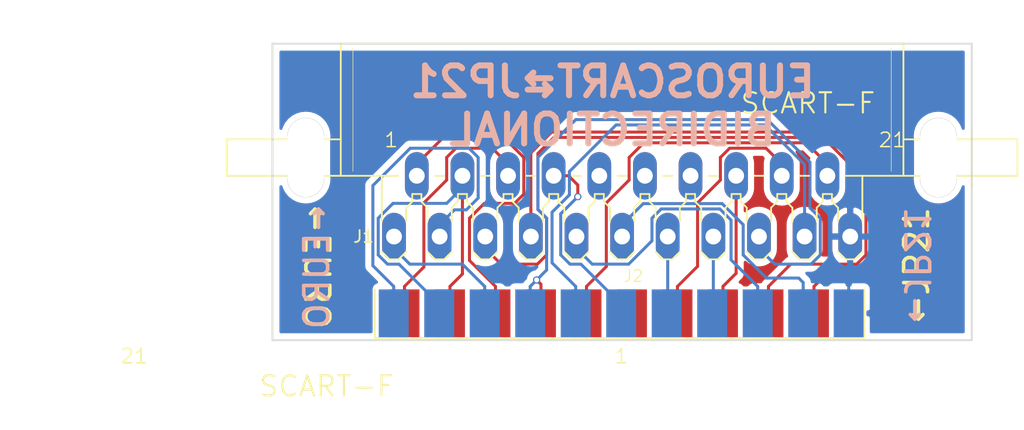
<source format=kicad_pcb>
(kicad_pcb (version 20171130) (host pcbnew "(5.1.0)-1")

  (general
    (thickness 1.6)
    (drawings 9)
    (tracks 161)
    (zones 0)
    (modules 2)
    (nets 23)
  )

  (page A4)
  (layers
    (0 F.Cu signal)
    (31 B.Cu signal)
    (32 B.Adhes user)
    (33 F.Adhes user)
    (34 B.Paste user)
    (35 F.Paste user)
    (36 B.SilkS user)
    (37 F.SilkS user)
    (38 B.Mask user)
    (39 F.Mask user)
    (40 Dwgs.User user)
    (41 Cmts.User user)
    (42 Eco1.User user)
    (43 Eco2.User user)
    (44 Edge.Cuts user)
    (45 Margin user)
    (46 B.CrtYd user)
    (47 F.CrtYd user)
    (48 B.Fab user)
    (49 F.Fab user)
  )

  (setup
    (last_trace_width 0.25)
    (trace_clearance 0.2)
    (zone_clearance 0.508)
    (zone_45_only no)
    (trace_min 0.2)
    (via_size 0.6)
    (via_drill 0.4)
    (via_min_size 0.4)
    (via_min_drill 0.3)
    (uvia_size 0.3)
    (uvia_drill 0.1)
    (uvias_allowed no)
    (uvia_min_size 0.2)
    (uvia_min_drill 0.1)
    (edge_width 0.15)
    (segment_width 0.2)
    (pcb_text_width 0.3)
    (pcb_text_size 1.5 1.5)
    (mod_edge_width 0.15)
    (mod_text_size 1 1)
    (mod_text_width 0.15)
    (pad_size 1.524 1.524)
    (pad_drill 0.762)
    (pad_to_mask_clearance 0.2)
    (aux_axis_origin 0 0)
    (visible_elements 7FFFFFFF)
    (pcbplotparams
      (layerselection 0x010f0_ffffffff)
      (usegerberextensions true)
      (usegerberattributes false)
      (usegerberadvancedattributes false)
      (creategerberjobfile false)
      (excludeedgelayer true)
      (linewidth 0.100000)
      (plotframeref false)
      (viasonmask false)
      (mode 1)
      (useauxorigin false)
      (hpglpennumber 1)
      (hpglpenspeed 20)
      (hpglpendiameter 15.000000)
      (psnegative false)
      (psa4output false)
      (plotreference true)
      (plotvalue true)
      (plotinvisibletext false)
      (padsonsilk false)
      (subtractmaskfromsilk false)
      (outputformat 1)
      (mirror false)
      (drillshape 0)
      (scaleselection 1)
      (outputdirectory "Gerbers/JP21F_to_SCARTM/"))
  )

  (net 0 "")
  (net 1 "Net-(J1-Pad10)")
  (net 2 "Net-(J1-Pad12)")
  (net 3 "Net-(J1-Pad14)")
  (net 4 GRN)
  (net 5 R_GND)
  (net 6 RED)
  (net 7 BLANK)
  (net 8 S_GND)
  (net 9 BK_GND)
  (net 10 S_OUT)
  (net 11 S_IN)
  (net 12 GND)
  (net 13 RT_OUT)
  (net 14 RT_IN)
  (net 15 L_OUT)
  (net 16 A_GND)
  (net 17 B_GND)
  (net 18 L_IN)
  (net 19 BLU)
  (net 20 5V)
  (net 21 G_GND)
  (net 22 "Net-(J2-Pad12)")

  (net_class Default "This is the default net class."
    (clearance 0.2)
    (trace_width 0.25)
    (via_dia 0.6)
    (via_drill 0.4)
    (uvia_dia 0.3)
    (uvia_drill 0.1)
    (add_net 5V)
    (add_net A_GND)
    (add_net BK_GND)
    (add_net BLANK)
    (add_net BLU)
    (add_net B_GND)
    (add_net GND)
    (add_net GRN)
    (add_net G_GND)
    (add_net L_IN)
    (add_net L_OUT)
    (add_net "Net-(J1-Pad10)")
    (add_net "Net-(J1-Pad12)")
    (add_net "Net-(J1-Pad14)")
    (add_net "Net-(J2-Pad12)")
    (add_net RED)
    (add_net RT_IN)
    (add_net RT_OUT)
    (add_net R_GND)
    (add_net S_GND)
    (add_net S_IN)
    (add_net S_OUT)
  )

  (module Tinkerplunk:SCART-F-RA (layer F.Cu) (tedit 0) (tstamp 5D280492)
    (at 133.8 80.35 180)
    (descr "TV SCART <B>CONNECTOR</B>")
    (path /5B540E82)
    (fp_text reference J1 (at 21.59 -5.08 180) (layer F.SilkS)
      (effects (font (size 1 1) (thickness 0.15)))
    )
    (fp_text value SCART-F (at 13.97 -5.08 180) (layer F.Fab)
      (effects (font (size 1 1) (thickness 0.15)))
    )
    (fp_text user "long " (at -29.083 7.747 270) (layer Dwgs.User)
      (effects (font (size 1.6891 1.6891) (thickness 0.1778)) (justify left bottom))
    )
    (fp_text user "3,0 " (at -28.067 7.112 180) (layer Dwgs.User)
      (effects (font (size 1.6891 1.6891) (thickness 0.1778)) (justify left bottom))
    )
    (fp_text user SCART-F (at -9.779 5.08 180) (layer F.SilkS)
      (effects (font (size 1.6891 1.6891) (thickness 0.1778)) (justify left bottom))
    )
    (fp_text user long (at 31.877 7.62 270) (layer Dwgs.User)
      (effects (font (size 1.6891 1.6891) (thickness 0.1778)) (justify left bottom))
    )
    (fp_text user 21 (at -21.336 2.286 180) (layer F.SilkS)
      (effects (font (size 1.2065 1.2065) (thickness 0.127)) (justify left bottom))
    )
    (fp_text user 1 (at 19.939 2.286 180) (layer F.SilkS)
      (effects (font (size 1.2065 1.2065) (thickness 0.127)) (justify left bottom))
    )
    (fp_text user 3,0 (at 24.765 7.112 180) (layer Dwgs.User)
      (effects (font (size 1.6891 1.6891) (thickness 0.1778)) (justify left bottom))
    )
    (fp_line (start -24.892 -0.254) (end -24.892 3.302) (layer Edge.Cuts) (width 0.0024))
    (fp_arc (start -26.416 -0.253999) (end -27.94 -0.254) (angle 180) (layer Edge.Cuts) (width 0.05))
    (fp_arc (start -26.416 3.302) (end -27.94 3.302) (angle -180) (layer Edge.Cuts) (width 0.05))
    (fp_line (start -27.94 3.302) (end -27.94 -0.254) (layer Edge.Cuts) (width 0.0024))
    (fp_line (start 27.94 -0.254) (end 27.94 3.302) (layer Edge.Cuts) (width 0.0024))
    (fp_arc (start 26.416 -0.253999) (end 24.892 -0.254) (angle 180) (layer Edge.Cuts) (width 0.05))
    (fp_arc (start 26.416 3.302) (end 24.892 3.302) (angle -180) (layer Edge.Cuts) (width 0.05))
    (fp_line (start 24.892 3.302) (end 24.892 -0.254) (layer Edge.Cuts) (width 0.0024))
    (fp_line (start -29.21 4.064) (end -29.21 -1.016) (layer F.SilkS) (width 0.1524))
    (fp_line (start 29.21 4.064) (end 29.21 -1.016) (layer F.SilkS) (width 0.1524))
    (fp_line (start -22.479 0.381) (end -22.479 10.668) (layer F.SilkS) (width 0.0508))
    (fp_line (start -23.495 11.049) (end -23.495 3.048) (layer F.SilkS) (width 0.1524))
    (fp_line (start -33.02 3.048) (end -23.495 3.048) (layer F.SilkS) (width 0.1524))
    (fp_line (start -33.02 3.048) (end -33.02 0) (layer F.SilkS) (width 0.1524))
    (fp_line (start -23.495 0) (end -33.02 0) (layer F.SilkS) (width 0.1524))
    (fp_line (start -23.495 3.048) (end -23.495 0) (layer F.SilkS) (width 0.1524))
    (fp_line (start -20.066 0) (end -23.495 0) (layer F.SilkS) (width 0.1524))
    (fp_line (start -20.066 0) (end -20.066 -3.81) (layer F.SilkS) (width 0.1524))
    (fp_line (start -20.066 -6.35) (end -20.066 -3.81) (layer F.Fab) (width 0.1524))
    (fp_line (start -19.431 -6.985) (end -20.066 -6.35) (layer F.SilkS) (width 0.1524))
    (fp_line (start -18.669 -6.985) (end -19.431 -6.985) (layer F.SilkS) (width 0.1524))
    (fp_line (start -18.034 -6.35) (end -18.669 -6.985) (layer F.SilkS) (width 0.1524))
    (fp_line (start -18.669 0) (end -20.066 0) (layer F.SilkS) (width 0.1524))
    (fp_line (start -18.669 0) (end -15.621 0) (layer F.Fab) (width 0.1524))
    (fp_line (start -18.034 -3.81) (end -18.034 -6.35) (layer F.Fab) (width 0.1524))
    (fp_line (start -18.034 -2.667) (end -18.034 -3.81) (layer F.SilkS) (width 0.1524))
    (fp_line (start -17.526 -2.159) (end -18.034 -2.667) (layer F.SilkS) (width 0.1524))
    (fp_line (start -17.526 -1.524) (end -17.526 -2.159) (layer F.SilkS) (width 0.1524))
    (fp_line (start -16.764 -1.524) (end -17.526 -1.524) (layer F.SilkS) (width 0.1524))
    (fp_line (start -16.764 -2.159) (end -16.764 -1.524) (layer F.SilkS) (width 0.1524))
    (fp_line (start -16.256 -2.667) (end -16.764 -2.159) (layer F.SilkS) (width 0.1524))
    (fp_line (start -16.256 -3.81) (end -16.256 -2.667) (layer F.SilkS) (width 0.1524))
    (fp_line (start -16.256 -6.35) (end -16.256 -3.81) (layer F.Fab) (width 0.1524))
    (fp_line (start -15.621 -6.985) (end -16.256 -6.35) (layer F.SilkS) (width 0.1524))
    (fp_line (start -14.859 -6.985) (end -15.621 -6.985) (layer F.SilkS) (width 0.1524))
    (fp_line (start -14.224 -6.35) (end -14.859 -6.985) (layer F.SilkS) (width 0.1524))
    (fp_line (start -14.224 -3.81) (end -14.224 -6.35) (layer F.Fab) (width 0.1524))
    (fp_line (start -14.224 -2.667) (end -14.224 -3.81) (layer F.SilkS) (width 0.1524))
    (fp_line (start -13.716 -2.159) (end -14.224 -2.667) (layer F.SilkS) (width 0.1524))
    (fp_line (start -13.716 -1.524) (end -13.716 -2.159) (layer F.SilkS) (width 0.1524))
    (fp_line (start -12.954 -1.524) (end -13.716 -1.524) (layer F.SilkS) (width 0.1524))
    (fp_line (start -12.954 -2.159) (end -12.954 -1.524) (layer F.SilkS) (width 0.1524))
    (fp_line (start -12.446 -2.667) (end -12.954 -2.159) (layer F.SilkS) (width 0.1524))
    (fp_line (start -12.446 -3.81) (end -12.446 -2.667) (layer F.SilkS) (width 0.1524))
    (fp_line (start -12.446 -6.35) (end -12.446 -3.81) (layer F.Fab) (width 0.1524))
    (fp_line (start -11.811 -6.985) (end -12.446 -6.35) (layer F.SilkS) (width 0.1524))
    (fp_line (start -14.859 0) (end -11.811 0) (layer F.Fab) (width 0.1524))
    (fp_line (start -14.859 0) (end -15.621 0) (layer F.SilkS) (width 0.1524))
    (fp_line (start -11.049 0) (end -11.811 0) (layer F.SilkS) (width 0.1524))
    (fp_line (start -11.049 -6.985) (end -11.811 -6.985) (layer F.SilkS) (width 0.1524))
    (fp_line (start -10.414 -6.35) (end -11.049 -6.985) (layer F.SilkS) (width 0.1524))
    (fp_line (start -11.049 0) (end -8.001 0) (layer F.Fab) (width 0.1524))
    (fp_line (start -7.239 0) (end -4.191 0) (layer F.Fab) (width 0.1524))
    (fp_line (start -7.239 0) (end -8.001 0) (layer F.SilkS) (width 0.1524))
    (fp_line (start -10.414 -3.81) (end -10.414 -6.35) (layer F.Fab) (width 0.1524))
    (fp_line (start -10.414 -2.667) (end -10.414 -3.81) (layer F.SilkS) (width 0.1524))
    (fp_line (start -9.906 -2.159) (end -10.414 -2.667) (layer F.SilkS) (width 0.1524))
    (fp_line (start -9.906 -1.524) (end -9.906 -2.159) (layer F.SilkS) (width 0.1524))
    (fp_line (start -9.144 -1.524) (end -9.906 -1.524) (layer F.SilkS) (width 0.1524))
    (fp_line (start -9.144 -2.159) (end -9.144 -1.524) (layer F.SilkS) (width 0.1524))
    (fp_line (start -8.636 -2.667) (end -9.144 -2.159) (layer F.SilkS) (width 0.1524))
    (fp_line (start -8.636 -3.81) (end -8.636 -2.667) (layer F.SilkS) (width 0.1524))
    (fp_line (start -8.636 -6.35) (end -8.636 -3.81) (layer F.Fab) (width 0.1524))
    (fp_line (start -8.001 -6.985) (end -8.636 -6.35) (layer F.SilkS) (width 0.1524))
    (fp_line (start -7.239 -6.985) (end -8.001 -6.985) (layer F.SilkS) (width 0.1524))
    (fp_line (start -6.604 -6.35) (end -7.239 -6.985) (layer F.SilkS) (width 0.1524))
    (fp_line (start -6.604 -3.81) (end -6.604 -6.35) (layer F.Fab) (width 0.1524))
    (fp_line (start -6.604 -2.667) (end -6.604 -3.81) (layer F.SilkS) (width 0.1524))
    (fp_line (start -6.096 -2.159) (end -6.604 -2.667) (layer F.SilkS) (width 0.1524))
    (fp_line (start -6.096 -1.524) (end -6.096 -2.159) (layer F.SilkS) (width 0.1524))
    (fp_line (start -5.334 -1.524) (end -6.096 -1.524) (layer F.SilkS) (width 0.1524))
    (fp_line (start -5.334 -2.159) (end -5.334 -1.524) (layer F.SilkS) (width 0.1524))
    (fp_line (start -4.826 -2.667) (end -5.334 -2.159) (layer F.SilkS) (width 0.1524))
    (fp_line (start -4.826 -3.81) (end -4.826 -2.667) (layer F.SilkS) (width 0.1524))
    (fp_line (start -3.429 0) (end -0.381 0) (layer F.Fab) (width 0.1524))
    (fp_line (start -3.429 0) (end -4.191 0) (layer F.SilkS) (width 0.1524))
    (fp_line (start -4.826 -6.35) (end -4.826 -3.81) (layer F.Fab) (width 0.1524))
    (fp_line (start -4.191 -6.985) (end -4.826 -6.35) (layer F.SilkS) (width 0.1524))
    (fp_line (start -3.429 -6.985) (end -4.191 -6.985) (layer F.SilkS) (width 0.1524))
    (fp_line (start -2.794 -6.35) (end -3.429 -6.985) (layer F.SilkS) (width 0.1524))
    (fp_line (start -2.794 -3.81) (end -2.794 -6.35) (layer F.Fab) (width 0.1524))
    (fp_line (start -2.794 -2.667) (end -2.794 -3.81) (layer F.SilkS) (width 0.1524))
    (fp_line (start -2.286 -2.159) (end -2.794 -2.667) (layer F.SilkS) (width 0.1524))
    (fp_line (start -2.286 -1.524) (end -2.286 -2.159) (layer F.SilkS) (width 0.1524))
    (fp_line (start -1.524 -1.524) (end -2.286 -1.524) (layer F.SilkS) (width 0.1524))
    (fp_line (start -1.524 -2.159) (end -1.524 -1.524) (layer F.SilkS) (width 0.1524))
    (fp_line (start -1.016 -2.667) (end -1.524 -2.159) (layer F.SilkS) (width 0.1524))
    (fp_line (start -1.016 -3.81) (end -1.016 -2.667) (layer F.SilkS) (width 0.1524))
    (fp_line (start -1.016 -6.35) (end -1.016 -3.81) (layer F.Fab) (width 0.1524))
    (fp_line (start -0.381 -6.985) (end -1.016 -6.35) (layer F.SilkS) (width 0.1524))
    (fp_line (start 0.381 -6.985) (end -0.381 -6.985) (layer F.SilkS) (width 0.1524))
    (fp_line (start 1.016 -6.35) (end 0.381 -6.985) (layer F.SilkS) (width 0.1524))
    (fp_line (start 0.381 0) (end 3.429 0) (layer F.Fab) (width 0.1524))
    (fp_line (start 4.191 0) (end 7.239 0) (layer F.Fab) (width 0.1524))
    (fp_line (start 8.001 0) (end 11.049 0) (layer F.Fab) (width 0.1524))
    (fp_line (start 0.381 0) (end -0.381 0) (layer F.SilkS) (width 0.1524))
    (fp_line (start 4.191 0) (end 3.429 0) (layer F.SilkS) (width 0.1524))
    (fp_line (start 8.001 0) (end 7.239 0) (layer F.SilkS) (width 0.1524))
    (fp_line (start 1.016 -3.81) (end 1.016 -6.35) (layer F.Fab) (width 0.1524))
    (fp_line (start 1.016 -2.667) (end 1.016 -3.81) (layer F.SilkS) (width 0.1524))
    (fp_line (start 1.524 -2.159) (end 1.016 -2.667) (layer F.SilkS) (width 0.1524))
    (fp_line (start 1.524 -1.524) (end 1.524 -2.159) (layer F.SilkS) (width 0.1524))
    (fp_line (start 2.286 -1.524) (end 1.524 -1.524) (layer F.SilkS) (width 0.1524))
    (fp_line (start 2.286 -2.159) (end 2.286 -1.524) (layer F.SilkS) (width 0.1524))
    (fp_line (start 2.794 -2.667) (end 2.286 -2.159) (layer F.SilkS) (width 0.1524))
    (fp_line (start 2.794 -3.81) (end 2.794 -2.667) (layer F.SilkS) (width 0.1524))
    (fp_line (start 2.794 -6.35) (end 2.794 -3.81) (layer F.Fab) (width 0.1524))
    (fp_line (start 3.429 -6.985) (end 2.794 -6.35) (layer F.SilkS) (width 0.1524))
    (fp_line (start 4.191 -6.985) (end 3.429 -6.985) (layer F.SilkS) (width 0.1524))
    (fp_line (start 4.826 -6.35) (end 4.191 -6.985) (layer F.SilkS) (width 0.1524))
    (fp_line (start 4.826 -3.81) (end 4.826 -6.35) (layer F.Fab) (width 0.1524))
    (fp_line (start 4.826 -2.667) (end 4.826 -3.81) (layer F.SilkS) (width 0.1524))
    (fp_line (start 5.334 -2.159) (end 4.826 -2.667) (layer F.SilkS) (width 0.1524))
    (fp_line (start 5.334 -1.524) (end 5.334 -2.159) (layer F.SilkS) (width 0.1524))
    (fp_line (start 6.096 -1.524) (end 5.334 -1.524) (layer F.SilkS) (width 0.1524))
    (fp_line (start 6.096 -2.159) (end 6.096 -1.524) (layer F.SilkS) (width 0.1524))
    (fp_line (start 6.604 -2.667) (end 6.096 -2.159) (layer F.SilkS) (width 0.1524))
    (fp_line (start 6.604 -3.81) (end 6.604 -2.667) (layer F.SilkS) (width 0.1524))
    (fp_line (start 6.604 -6.35) (end 6.604 -3.81) (layer F.Fab) (width 0.1524))
    (fp_line (start 7.239 -6.985) (end 6.604 -6.35) (layer F.SilkS) (width 0.1524))
    (fp_line (start 8.001 -6.985) (end 7.239 -6.985) (layer F.SilkS) (width 0.1524))
    (fp_line (start 8.636 -6.35) (end 8.001 -6.985) (layer F.SilkS) (width 0.1524))
    (fp_line (start 8.636 -3.81) (end 8.636 -6.35) (layer F.Fab) (width 0.1524))
    (fp_line (start 8.636 -2.667) (end 8.636 -3.81) (layer F.SilkS) (width 0.1524))
    (fp_line (start 9.144 -2.159) (end 8.636 -2.667) (layer F.SilkS) (width 0.1524))
    (fp_line (start 9.144 -1.524) (end 9.144 -2.159) (layer F.SilkS) (width 0.1524))
    (fp_line (start 9.906 -1.524) (end 9.144 -1.524) (layer F.SilkS) (width 0.1524))
    (fp_line (start 9.906 -2.159) (end 9.906 -1.524) (layer F.SilkS) (width 0.1524))
    (fp_line (start 10.414 -2.667) (end 9.906 -2.159) (layer F.SilkS) (width 0.1524))
    (fp_line (start 10.414 -3.81) (end 10.414 -2.667) (layer F.SilkS) (width 0.1524))
    (fp_line (start 10.414 -6.35) (end 10.414 -3.81) (layer F.Fab) (width 0.1524))
    (fp_line (start 11.049 -6.985) (end 10.414 -6.35) (layer F.SilkS) (width 0.1524))
    (fp_line (start 11.811 -6.985) (end 11.049 -6.985) (layer F.SilkS) (width 0.1524))
    (fp_line (start 12.446 -6.35) (end 11.811 -6.985) (layer F.SilkS) (width 0.1524))
    (fp_line (start 11.811 0) (end 14.859 0) (layer F.Fab) (width 0.1524))
    (fp_line (start 11.811 0) (end 11.049 0) (layer F.SilkS) (width 0.1524))
    (fp_line (start 15.621 0) (end 18.669 0) (layer F.Fab) (width 0.1524))
    (fp_line (start 15.621 0) (end 14.859 0) (layer F.SilkS) (width 0.1524))
    (fp_line (start 13.716 -1.524) (end 12.954 -1.524) (layer F.SilkS) (width 0.1524))
    (fp_line (start 17.526 -1.524) (end 16.764 -1.524) (layer F.SilkS) (width 0.1524))
    (fp_line (start 12.954 -1.524) (end 12.954 -2.159) (layer F.SilkS) (width 0.1524))
    (fp_line (start 13.716 -2.159) (end 13.716 -1.524) (layer F.SilkS) (width 0.1524))
    (fp_line (start 12.446 -3.81) (end 12.446 -6.35) (layer F.Fab) (width 0.1524))
    (fp_line (start 12.446 -2.667) (end 12.446 -3.81) (layer F.SilkS) (width 0.1524))
    (fp_line (start 12.954 -2.159) (end 12.446 -2.667) (layer F.SilkS) (width 0.1524))
    (fp_line (start 14.224 -2.667) (end 13.716 -2.159) (layer F.SilkS) (width 0.1524))
    (fp_line (start 18.669 -6.985) (end 19.431 -6.985) (layer F.SilkS) (width 0.1524))
    (fp_line (start 14.224 -3.81) (end 14.224 -2.667) (layer F.SilkS) (width 0.1524))
    (fp_line (start 14.224 -6.35) (end 14.224 -3.81) (layer F.Fab) (width 0.1524))
    (fp_line (start 14.859 -6.985) (end 14.224 -6.35) (layer F.SilkS) (width 0.1524))
    (fp_line (start 15.621 -6.985) (end 14.859 -6.985) (layer F.SilkS) (width 0.1524))
    (fp_line (start 16.256 -6.35) (end 15.621 -6.985) (layer F.SilkS) (width 0.1524))
    (fp_line (start 16.256 -3.81) (end 16.256 -6.35) (layer F.Fab) (width 0.1524))
    (fp_line (start 16.256 -2.667) (end 16.256 -3.81) (layer F.SilkS) (width 0.1524))
    (fp_line (start 16.764 -2.159) (end 16.256 -2.667) (layer F.SilkS) (width 0.1524))
    (fp_line (start 16.764 -1.524) (end 16.764 -2.159) (layer F.SilkS) (width 0.1524))
    (fp_line (start 17.526 -2.159) (end 17.526 -1.524) (layer F.SilkS) (width 0.1524))
    (fp_line (start 18.034 -2.667) (end 17.526 -2.159) (layer F.SilkS) (width 0.1524))
    (fp_line (start 18.034 -3.81) (end 18.034 -2.667) (layer F.SilkS) (width 0.1524))
    (fp_line (start 18.034 -6.35) (end 18.034 -3.81) (layer F.Fab) (width 0.1524))
    (fp_line (start 20.066 -3.81) (end 20.066 -6.35) (layer F.Fab) (width 0.1524))
    (fp_line (start 20.066 -6.35) (end 19.431 -6.985) (layer F.SilkS) (width 0.1524))
    (fp_line (start 18.669 -6.985) (end 18.034 -6.35) (layer F.SilkS) (width 0.1524))
    (fp_line (start 20.066 0) (end 20.066 -3.81) (layer F.SilkS) (width 0.1524))
    (fp_line (start 22.479 0.381) (end 22.479 10.668) (layer F.SilkS) (width 0.0508))
    (fp_line (start 23.495 3.048) (end 23.495 0) (layer F.SilkS) (width 0.1524))
    (fp_line (start 20.066 0) (end 18.669 0) (layer F.SilkS) (width 0.1524))
    (fp_line (start 23.495 0) (end 20.066 0) (layer F.SilkS) (width 0.1524))
    (fp_line (start 33.02 0) (end 23.495 0) (layer F.SilkS) (width 0.1524))
    (fp_line (start 33.02 3.048) (end 33.02 0) (layer F.SilkS) (width 0.1524))
    (fp_line (start 23.495 3.048) (end 33.02 3.048) (layer F.SilkS) (width 0.1524))
    (fp_line (start 23.495 11.049) (end 23.495 3.048) (layer F.SilkS) (width 0.1524))
    (fp_line (start -23.495 11.049) (end 23.495 11.049) (layer F.SilkS) (width 0.1524))
    (pad "" np_thru_hole circle (at -26.416 3.302 180) (size 3.0226 3.0226) (drill 3.0226) (layers *.Cu *.Mask))
    (pad "" np_thru_hole circle (at -26.416 -0.254 180) (size 3.0226 3.0226) (drill 3.0226) (layers *.Cu *.Mask))
    (pad "" np_thru_hole circle (at 26.416 3.302 180) (size 3.0226 3.0226) (drill 3.0226) (layers *.Cu *.Mask))
    (pad "" np_thru_hole circle (at 26.416 -0.254 180) (size 3.0226 3.0226) (drill 3.0226) (layers *.Cu *.Mask))
    (pad 21 thru_hole oval (at -19.05 -5.08 270) (size 3.9624 1.9812) (drill 1.3208) (layers *.Cu *.Mask)
      (net 12 GND) (solder_mask_margin 0.1016))
    (pad 20 thru_hole oval (at -17.145 0 270) (size 3.9624 1.9812) (drill 1.3208) (layers *.Cu *.Mask)
      (net 11 S_IN) (solder_mask_margin 0.1016))
    (pad 19 thru_hole oval (at -15.24 -5.08 270) (size 3.9624 1.9812) (drill 1.3208) (layers *.Cu *.Mask)
      (net 10 S_OUT) (solder_mask_margin 0.1016))
    (pad 18 thru_hole oval (at -13.335 0 270) (size 3.9624 1.9812) (drill 1.3208) (layers *.Cu *.Mask)
      (net 9 BK_GND) (solder_mask_margin 0.1016))
    (pad 17 thru_hole oval (at -11.43 -5.08 270) (size 3.9624 1.9812) (drill 1.3208) (layers *.Cu *.Mask)
      (net 8 S_GND) (solder_mask_margin 0.1016))
    (pad 16 thru_hole oval (at -9.525 0 270) (size 3.9624 1.9812) (drill 1.3208) (layers *.Cu *.Mask)
      (net 7 BLANK) (solder_mask_margin 0.1016))
    (pad 15 thru_hole oval (at -7.62 -5.08 270) (size 3.9624 1.9812) (drill 1.3208) (layers *.Cu *.Mask)
      (net 6 RED) (solder_mask_margin 0.1016))
    (pad 14 thru_hole oval (at -5.715 0 270) (size 3.9624 1.9812) (drill 1.3208) (layers *.Cu *.Mask)
      (net 3 "Net-(J1-Pad14)") (solder_mask_margin 0.1016))
    (pad 13 thru_hole oval (at -3.81 -5.08 270) (size 3.9624 1.9812) (drill 1.3208) (layers *.Cu *.Mask)
      (net 5 R_GND) (solder_mask_margin 0.1016))
    (pad 12 thru_hole oval (at -1.905 0 270) (size 3.9624 1.9812) (drill 1.3208) (layers *.Cu *.Mask)
      (net 2 "Net-(J1-Pad12)") (solder_mask_margin 0.1016))
    (pad 11 thru_hole oval (at 0 -5.08 270) (size 3.9624 1.9812) (drill 1.3208) (layers *.Cu *.Mask)
      (net 4 GRN) (solder_mask_margin 0.1016))
    (pad 10 thru_hole oval (at 1.905 0 270) (size 3.9624 1.9812) (drill 1.3208) (layers *.Cu *.Mask)
      (net 1 "Net-(J1-Pad10)") (solder_mask_margin 0.1016))
    (pad 9 thru_hole oval (at 3.81 -5.08 270) (size 3.9624 1.9812) (drill 1.3208) (layers *.Cu *.Mask)
      (net 21 G_GND) (solder_mask_margin 0.1016))
    (pad 8 thru_hole oval (at 5.715 0 270) (size 3.9624 1.9812) (drill 1.3208) (layers *.Cu *.Mask)
      (net 20 5V) (solder_mask_margin 0.1016))
    (pad 7 thru_hole oval (at 7.62 -5.08 270) (size 3.9624 1.9812) (drill 1.3208) (layers *.Cu *.Mask)
      (net 19 BLU) (solder_mask_margin 0.1016))
    (pad 6 thru_hole oval (at 9.525 0 270) (size 3.9624 1.9812) (drill 1.3208) (layers *.Cu *.Mask)
      (net 18 L_IN) (solder_mask_margin 0.1016))
    (pad 5 thru_hole oval (at 11.43 -5.08 270) (size 3.9624 1.9812) (drill 1.3208) (layers *.Cu *.Mask)
      (net 17 B_GND) (solder_mask_margin 0.1016))
    (pad 4 thru_hole oval (at 13.335 0 270) (size 3.9624 1.9812) (drill 1.3208) (layers *.Cu *.Mask)
      (net 16 A_GND) (solder_mask_margin 0.1016))
    (pad 3 thru_hole oval (at 15.24 -5.08 270) (size 3.9624 1.9812) (drill 1.3208) (layers *.Cu *.Mask)
      (net 15 L_OUT) (solder_mask_margin 0.1016))
    (pad 2 thru_hole oval (at 17.145 0 270) (size 3.9624 1.9812) (drill 1.3208) (layers *.Cu *.Mask)
      (net 14 RT_IN) (solder_mask_margin 0.1016))
    (pad 1 thru_hole oval (at 19.05 -5.08 270) (size 3.9624 1.9812) (drill 1.3208) (layers *.Cu *.Mask)
      (net 13 RT_OUT) (solder_mask_margin 0.1016))
  )

  (module Tinkerplunk:MALE_SCART (layer F.Cu) (tedit 5D0BB10F) (tstamp 5D280563)
    (at 113.15 93.85)
    (path /5B540EA9)
    (fp_text reference J2 (at 20.7 -4.55) (layer F.SilkS)
      (effects (font (size 0.9652 0.9652) (thickness 0.09652)) (justify left bottom))
    )
    (fp_text value SCART-F (at 24.875 4.5) (layer F.Fab)
      (effects (font (size 1.6891 1.6891) (thickness 0.16891)) (justify left bottom))
    )
    (fp_line (start 0 -2.54) (end 0 -4.0005) (layer F.SilkS) (width 0.12))
    (fp_line (start 40.894 0.0635) (end 40.894 -4.0005) (layer F.SilkS) (width 0.12))
    (fp_line (start 0 0.0635) (end 40.894 0.0635) (layer F.SilkS) (width 0.12))
    (fp_line (start 0 0) (end 0 0.0635) (layer F.SilkS) (width 0.12))
    (fp_line (start 0 0) (end 0 -2.54) (layer F.SilkS) (width 0.12))
    (fp_text user 3,0 (at 24.765 7.112 180) (layer Dwgs.User)
      (effects (font (size 1.6891 1.6891) (thickness 0.1778)) (justify left bottom))
    )
    (fp_text user 1 (at 19.939 2.286 180) (layer F.SilkS)
      (effects (font (size 1.2065 1.2065) (thickness 0.127)) (justify left bottom))
    )
    (fp_text user 21 (at -21.336 2.286 180) (layer F.SilkS)
      (effects (font (size 1.2065 1.2065) (thickness 0.127)) (justify left bottom))
    )
    (fp_text user long (at 31.877 7.62 270) (layer Dwgs.User)
      (effects (font (size 1.6891 1.6891) (thickness 0.1778)) (justify left bottom))
    )
    (fp_text user SCART-F (at -9.779 5.08 180) (layer F.SilkS)
      (effects (font (size 1.6891 1.6891) (thickness 0.1778)) (justify left bottom))
    )
    (fp_text user "3,0 " (at -28.067 7.112 180) (layer Dwgs.User)
      (effects (font (size 1.6891 1.6891) (thickness 0.1778)) (justify left bottom))
    )
    (fp_text user "long " (at -29.083 7.747 270) (layer Dwgs.User)
      (effects (font (size 1.6891 1.6891) (thickness 0.1778)) (justify left bottom))
    )
    (pad 21 smd rect (at 39.575 -2) (size 2.5 4) (layers B.Cu B.Paste B.Mask)
      (net 12 GND))
    (pad 19 smd rect (at 35.775 -2) (size 2.5 4) (layers B.Cu B.Paste B.Mask)
      (net 4 GRN))
    (pad 17 smd rect (at 31.975 -2) (size 2.5 4) (layers B.Cu B.Paste B.Mask)
      (net 21 G_GND))
    (pad 15 smd rect (at 28.175 -2) (size 2.5 4) (layers B.Cu B.Paste B.Mask)
      (net 6 RED))
    (pad 13 smd rect (at 24.375 -2) (size 2.5 4) (layers B.Cu B.Paste B.Mask)
      (net 5 R_GND))
    (pad 11 smd rect (at 20.575 -2) (size 2.5 4) (layers B.Cu B.Paste B.Mask)
      (net 20 5V))
    (pad 9 smd rect (at 16.775 -2) (size 2.5 4) (layers B.Cu B.Paste B.Mask)
      (net 10 S_OUT))
    (pad 7 smd rect (at 12.975 -2) (size 2.5 4) (layers B.Cu B.Paste B.Mask)
      (net 8 S_GND))
    (pad 5 smd rect (at 9.175 -2) (size 2.5 4) (layers B.Cu B.Paste B.Mask)
      (net 13 RT_OUT))
    (pad 3 smd rect (at 5.375 -2) (size 2.5 4) (layers B.Cu B.Paste B.Mask)
      (net 16 A_GND))
    (pad 1 smd rect (at 1.575 -2) (size 2.5 4) (layers B.Cu B.Paste B.Mask)
      (net 15 L_OUT))
    (pad 20 smd rect (at 36.675 -2) (size 2.5 4) (layers F.Cu F.Paste F.Mask)
      (net 19 BLU))
    (pad 18 smd rect (at 32.875 -2) (size 2.5 4) (layers F.Cu F.Paste F.Mask)
      (net 17 B_GND))
    (pad 16 smd rect (at 29.075 -2) (size 2.5 4) (layers F.Cu F.Paste F.Mask)
      (net 7 BLANK))
    (pad 14 smd rect (at 25.275 -2) (size 2.5 4) (layers F.Cu F.Paste F.Mask)
      (net 9 BK_GND))
    (pad 12 smd rect (at 21.475 -2) (size 2.5 4) (layers F.Cu F.Paste F.Mask)
      (net 22 "Net-(J2-Pad12)"))
    (pad 10 smd rect (at 17.675 -2) (size 2.5 4) (layers F.Cu F.Paste F.Mask)
      (net 11 S_IN))
    (pad 8 smd rect (at 13.875 -2) (size 2.5 4) (layers F.Cu F.Paste F.Mask)
      (net 8 S_GND))
    (pad 6 smd rect (at 10.075 -2) (size 2.5 4) (layers F.Cu F.Paste F.Mask)
      (net 14 RT_IN))
    (pad 4 smd rect (at 6.275 -2) (size 2.5 4) (layers F.Cu F.Paste F.Mask)
      (net 16 A_GND))
    (pad 2 smd rect (at 2.475 -2) (size 2.5 4) (layers F.Cu F.Paste F.Mask)
      (net 18 L_IN))
  )

  (gr_text "EUROSCART⇄JP21\nBIDIRECTIONAL" (at 133 74.5) (layer B.SilkS)
    (effects (font (size 2.5 2.5) (thickness 0.5)) (justify mirror))
  )
  (gr_text ←EURO (at 108.3 87.9 90) (layer B.SilkS) (tstamp 5D281AAD)
    (effects (font (size 2 2) (thickness 0.3)) (justify mirror))
  )
  (gr_text ←JP21 (at 158.4 87.9 270) (layer B.SilkS) (tstamp 5D2819D7)
    (effects (font (size 2 2) (thickness 0.3)) (justify mirror))
  )
  (gr_text ←JP21 (at 158.4 87.9 90) (layer F.SilkS) (tstamp 5D2817CB)
    (effects (font (size 2 2) (thickness 0.3)))
  )
  (gr_text ←EURO (at 108.3 87.9 270) (layer F.SilkS)
    (effects (font (size 2 2) (thickness 0.3)))
  )
  (gr_line (start 163 69.3) (end 104.6 69.3) (layer Edge.Cuts) (width 0.15) (tstamp 5D280A87))
  (gr_line (start 163 94.1) (end 163 69.3) (layer Edge.Cuts) (width 0.15))
  (gr_line (start 104.6 94.1) (end 163 94.1) (layer Edge.Cuts) (width 0.15))
  (gr_line (start 104.6 69.3) (end 104.6 94.1) (layer Edge.Cuts) (width 0.15))

  (segment (start 148.55 88.9) (end 148.925 89.275) (width 0.25) (layer B.Cu) (net 4))
  (segment (start 145.848847 88.9) (end 148.55 88.9) (width 0.25) (layer B.Cu) (net 4))
  (segment (start 133.8 84.4394) (end 135.56562 82.67378) (width 0.25) (layer B.Cu) (net 4))
  (segment (start 133.8 85.43) (end 133.8 84.4394) (width 0.25) (layer B.Cu) (net 4))
  (segment (start 148.925 89.275) (end 148.925 91.85) (width 0.25) (layer B.Cu) (net 4))
  (segment (start 135.56562 82.67378) (end 142.151344 82.673781) (width 0.25) (layer B.Cu) (net 4))
  (segment (start 142.151344 82.673781) (end 143.91439 84.436827) (width 0.25) (layer B.Cu) (net 4))
  (segment (start 143.91439 84.436827) (end 143.91439 86.965543) (width 0.25) (layer B.Cu) (net 4))
  (segment (start 143.91439 86.965543) (end 145.848847 88.9) (width 0.25) (layer B.Cu) (net 4))
  (segment (start 137.61 91.765) (end 137.525 91.85) (width 0.25) (layer B.Cu) (net 5))
  (segment (start 137.61 85.43) (end 137.61 91.765) (width 0.25) (layer B.Cu) (net 5))
  (segment (start 141.42 91.755) (end 141.325 91.85) (width 0.25) (layer B.Cu) (net 6))
  (segment (start 141.42 85.43) (end 141.42 91.755) (width 0.25) (layer B.Cu) (net 6))
  (segment (start 143.325 82.5812) (end 143.325 80.35) (width 0.25) (layer F.Cu) (net 7))
  (segment (start 143.325 88.5) (end 143.325 82.5812) (width 0.25) (layer F.Cu) (net 7))
  (segment (start 142.225 89.6) (end 143.325 88.5) (width 0.25) (layer F.Cu) (net 7))
  (segment (start 142.225 91.85) (end 142.225 89.6) (width 0.25) (layer F.Cu) (net 7))
  (segment (start 126.125 89.6) (end 126.125 91.85) (width 0.25) (layer B.Cu) (net 8))
  (segment (start 127.49561 83.894457) (end 127.49561 88.22939) (width 0.25) (layer B.Cu) (net 8))
  (segment (start 126.76939 83.168237) (end 127.49561 83.894457) (width 0.25) (layer B.Cu) (net 8))
  (segment (start 126.76939 78.814457) (end 126.76939 83.168237) (width 0.25) (layer B.Cu) (net 8))
  (segment (start 149.49001 83.028857) (end 149.49001 79.217447) (width 0.25) (layer B.Cu) (net 8))
  (segment (start 150.35561 83.894457) (end 149.49001 83.028857) (width 0.25) (layer B.Cu) (net 8))
  (segment (start 149.49001 79.217447) (end 145.922553 75.64999) (width 0.25) (layer B.Cu) (net 8))
  (segment (start 149.584943 87.73621) (end 150.35561 86.965543) (width 0.25) (layer B.Cu) (net 8))
  (segment (start 145.922553 75.64999) (end 129.933857 75.64999) (width 0.25) (layer B.Cu) (net 8))
  (segment (start 146.54561 87.73621) (end 149.584943 87.73621) (width 0.25) (layer B.Cu) (net 8))
  (segment (start 129.933857 75.64999) (end 126.76939 78.814457) (width 0.25) (layer B.Cu) (net 8))
  (segment (start 145.23 86.4206) (end 146.54561 87.73621) (width 0.25) (layer B.Cu) (net 8))
  (segment (start 150.35561 86.965543) (end 150.35561 83.894457) (width 0.25) (layer B.Cu) (net 8))
  (segment (start 145.23 85.43) (end 145.23 86.4206) (width 0.25) (layer B.Cu) (net 8))
  (via (at 126.6625 89.0625) (size 0.6) (drill 0.4) (layers F.Cu B.Cu) (net 8))
  (segment (start 127.025 89.425) (end 126.6625 89.0625) (width 0.25) (layer F.Cu) (net 8))
  (segment (start 127.025 91.85) (end 127.025 89.425) (width 0.25) (layer F.Cu) (net 8))
  (segment (start 127.49561 88.22939) (end 126.6625 89.0625) (width 0.25) (layer B.Cu) (net 8))
  (segment (start 126.6625 89.0625) (end 126.125 89.6) (width 0.25) (layer B.Cu) (net 8))
  (segment (start 142.780057 78.04379) (end 145.81939 78.04379) (width 0.25) (layer F.Cu) (net 9))
  (segment (start 142.00939 78.814457) (end 142.780057 78.04379) (width 0.25) (layer F.Cu) (net 9))
  (segment (start 142.00939 80.706763) (end 142.00939 78.814457) (width 0.25) (layer F.Cu) (net 9))
  (segment (start 147.135 79.3594) (end 147.135 80.35) (width 0.25) (layer F.Cu) (net 9))
  (segment (start 140.10439 82.611763) (end 142.00939 80.706763) (width 0.25) (layer F.Cu) (net 9))
  (segment (start 145.81939 78.04379) (end 147.135 79.3594) (width 0.25) (layer F.Cu) (net 9))
  (segment (start 140.10439 87.92061) (end 140.10439 82.611763) (width 0.25) (layer F.Cu) (net 9))
  (segment (start 138.425 89.6) (end 140.10439 87.92061) (width 0.25) (layer F.Cu) (net 9))
  (segment (start 138.425 91.85) (end 138.425 89.6) (width 0.25) (layer F.Cu) (net 9))
  (segment (start 127.95 87.625) (end 129.925 89.6) (width 0.25) (layer B.Cu) (net 10))
  (segment (start 127.95 83.4) (end 127.95 87.625) (width 0.25) (layer B.Cu) (net 10))
  (segment (start 149.04 79.403847) (end 145.736153 76.1) (width 0.25) (layer B.Cu) (net 10))
  (segment (start 149.04 85.43) (end 149.04 79.403847) (width 0.25) (layer B.Cu) (net 10))
  (segment (start 145.736153 76.1) (end 133.293847 76.1) (width 0.25) (layer B.Cu) (net 10))
  (segment (start 133.293847 76.1) (end 129.40061 79.993237) (width 0.25) (layer B.Cu) (net 10))
  (segment (start 129.925 89.6) (end 129.925 91.85) (width 0.25) (layer B.Cu) (net 10))
  (segment (start 129.40061 79.993237) (end 129.40061 81.94939) (width 0.25) (layer B.Cu) (net 10))
  (segment (start 129.40061 81.94939) (end 127.95 83.4) (width 0.25) (layer B.Cu) (net 10))
  (segment (start 149.17938 77.59378) (end 150.945 79.3594) (width 0.25) (layer F.Cu) (net 11))
  (segment (start 135.610067 77.59378) (end 149.17938 77.59378) (width 0.25) (layer F.Cu) (net 11))
  (segment (start 134.38939 78.814457) (end 135.610067 77.59378) (width 0.25) (layer F.Cu) (net 11))
  (segment (start 134.38939 80.706763) (end 134.38939 78.814457) (width 0.25) (layer F.Cu) (net 11))
  (segment (start 132.48439 82.611763) (end 134.38939 80.706763) (width 0.25) (layer F.Cu) (net 11))
  (segment (start 132.48439 87.94061) (end 132.48439 82.611763) (width 0.25) (layer F.Cu) (net 11))
  (segment (start 150.945 79.3594) (end 150.945 80.35) (width 0.25) (layer F.Cu) (net 11))
  (segment (start 130.825 89.6) (end 132.48439 87.94061) (width 0.25) (layer F.Cu) (net 11))
  (segment (start 130.825 91.85) (end 130.825 89.6) (width 0.25) (layer F.Cu) (net 11))
  (segment (start 152.725 85.555) (end 152.85 85.43) (width 0.25) (layer B.Cu) (net 12))
  (segment (start 152.725 91.85) (end 152.725 85.555) (width 0.25) (layer B.Cu) (net 12))
  (segment (start 114.75 86.4206) (end 114.75 85.43) (width 0.25) (layer B.Cu) (net 13))
  (segment (start 116.06561 87.73621) (end 114.75 86.4206) (width 0.25) (layer B.Cu) (net 13))
  (segment (start 120.46121 87.73621) (end 116.06561 87.73621) (width 0.25) (layer B.Cu) (net 13))
  (segment (start 122.325 89.6) (end 120.46121 87.73621) (width 0.25) (layer B.Cu) (net 13))
  (segment (start 122.325 91.85) (end 122.325 89.6) (width 0.25) (layer B.Cu) (net 13))
  (segment (start 125.59061 81.885543) (end 125.59061 78.814457) (width 0.25) (layer F.Cu) (net 14))
  (segment (start 123.225 89.6) (end 121.05439 87.42939) (width 0.25) (layer F.Cu) (net 14))
  (segment (start 123.225 91.85) (end 123.225 89.6) (width 0.25) (layer F.Cu) (net 14))
  (segment (start 121.05439 87.42939) (end 121.05439 83.894457) (width 0.25) (layer F.Cu) (net 14))
  (segment (start 121.05439 83.894457) (end 122.292637 82.65621) (width 0.25) (layer F.Cu) (net 14))
  (segment (start 125.59061 78.814457) (end 123.526153 76.75) (width 0.25) (layer F.Cu) (net 14))
  (segment (start 122.292637 82.65621) (end 124.819943 82.65621) (width 0.25) (layer F.Cu) (net 14))
  (segment (start 124.819943 82.65621) (end 125.59061 81.885543) (width 0.25) (layer F.Cu) (net 14))
  (segment (start 116.655 79.3594) (end 116.655 80.35) (width 0.25) (layer F.Cu) (net 14))
  (segment (start 119.2644 76.75) (end 116.655 79.3594) (width 0.25) (layer F.Cu) (net 14))
  (segment (start 123.526153 76.75) (end 119.2644 76.75) (width 0.25) (layer F.Cu) (net 14))
  (segment (start 118.56 84.4394) (end 118.56 85.43) (width 0.25) (layer B.Cu) (net 15))
  (segment (start 119.8006 83.1988) (end 118.56 84.4394) (width 0.25) (layer B.Cu) (net 15))
  (segment (start 120.7912 83.1988) (end 119.8006 83.1988) (width 0.25) (layer B.Cu) (net 15))
  (segment (start 121.78061 82.20939) (end 120.7912 83.1988) (width 0.25) (layer B.Cu) (net 15))
  (segment (start 121.78061 78.814457) (end 121.78061 82.20939) (width 0.25) (layer B.Cu) (net 15))
  (segment (start 121.009943 78.04379) (end 121.78061 78.814457) (width 0.25) (layer B.Cu) (net 15))
  (segment (start 116.110057 78.04379) (end 121.009943 78.04379) (width 0.25) (layer B.Cu) (net 15))
  (segment (start 112.98438 87.85938) (end 112.98438 81.169467) (width 0.25) (layer B.Cu) (net 15))
  (segment (start 112.98438 81.169467) (end 116.110057 78.04379) (width 0.25) (layer B.Cu) (net 15))
  (segment (start 114.725 89.6) (end 112.98438 87.85938) (width 0.25) (layer B.Cu) (net 15))
  (segment (start 114.725 91.85) (end 114.725 89.6) (width 0.25) (layer B.Cu) (net 15))
  (segment (start 120.465 81.3406) (end 120.465 80.35) (width 0.25) (layer B.Cu) (net 16))
  (segment (start 114.672637 82.65621) (end 119.14939 82.65621) (width 0.25) (layer B.Cu) (net 16))
  (segment (start 119.14939 82.65621) (end 120.465 81.3406) (width 0.25) (layer B.Cu) (net 16))
  (segment (start 113.43439 83.894457) (end 114.672637 82.65621) (width 0.25) (layer B.Cu) (net 16))
  (segment (start 113.43439 86.965543) (end 113.43439 83.894457) (width 0.25) (layer B.Cu) (net 16))
  (segment (start 115.16121 87.73621) (end 114.205057 87.73621) (width 0.25) (layer B.Cu) (net 16))
  (segment (start 114.205057 87.73621) (end 113.43439 86.965543) (width 0.25) (layer B.Cu) (net 16))
  (segment (start 118.525 91.1) (end 115.16121 87.73621) (width 0.25) (layer B.Cu) (net 16))
  (segment (start 118.525 91.85) (end 118.525 91.1) (width 0.25) (layer B.Cu) (net 16))
  (segment (start 120.465 82.5812) (end 120.465 80.35) (width 0.25) (layer F.Cu) (net 16))
  (segment (start 120.465 88.56) (end 120.465 82.5812) (width 0.25) (layer F.Cu) (net 16))
  (segment (start 119.425 89.6) (end 120.465 88.56) (width 0.25) (layer F.Cu) (net 16))
  (segment (start 119.425 91.85) (end 119.425 89.6) (width 0.25) (layer F.Cu) (net 16))
  (segment (start 122.37 86.4206) (end 122.37 85.43) (width 0.25) (layer F.Cu) (net 17))
  (segment (start 123.68561 87.73621) (end 122.37 86.4206) (width 0.25) (layer F.Cu) (net 17))
  (segment (start 127.49561 83.894457) (end 127.49561 86.965543) (width 0.25) (layer F.Cu) (net 17))
  (segment (start 126.76939 83.168237) (end 127.49561 83.894457) (width 0.25) (layer F.Cu) (net 17))
  (segment (start 126.76939 78.48061) (end 126.76939 83.168237) (width 0.25) (layer F.Cu) (net 17))
  (segment (start 128.10623 77.14377) (end 126.76939 78.48061) (width 0.25) (layer F.Cu) (net 17))
  (segment (start 150.589923 77.14377) (end 128.10623 77.14377) (width 0.25) (layer F.Cu) (net 17))
  (segment (start 154.16561 80.719457) (end 150.589923 77.14377) (width 0.25) (layer F.Cu) (net 17))
  (segment (start 154.16561 86.965543) (end 154.16561 80.719457) (width 0.25) (layer F.Cu) (net 17))
  (segment (start 127.49561 86.965543) (end 126.724943 87.73621) (width 0.25) (layer F.Cu) (net 17))
  (segment (start 153.394943 87.73621) (end 154.16561 86.965543) (width 0.25) (layer F.Cu) (net 17))
  (segment (start 126.724943 87.73621) (end 123.68561 87.73621) (width 0.25) (layer F.Cu) (net 17))
  (segment (start 147.88879 87.73621) (end 153.394943 87.73621) (width 0.25) (layer F.Cu) (net 17))
  (segment (start 146.025 89.6) (end 147.88879 87.73621) (width 0.25) (layer F.Cu) (net 17))
  (segment (start 146.025 91.85) (end 146.025 89.6) (width 0.25) (layer F.Cu) (net 17))
  (segment (start 124.275 79.3594) (end 124.275 80.35) (width 0.25) (layer F.Cu) (net 18))
  (segment (start 122.95939 78.04379) (end 124.275 79.3594) (width 0.25) (layer F.Cu) (net 18))
  (segment (start 119.920057 78.04379) (end 122.95939 78.04379) (width 0.25) (layer F.Cu) (net 18))
  (segment (start 119.14939 80.706763) (end 119.14939 78.814457) (width 0.25) (layer F.Cu) (net 18))
  (segment (start 117.24439 87.98061) (end 117.24439 82.611763) (width 0.25) (layer F.Cu) (net 18))
  (segment (start 119.14939 78.814457) (end 119.920057 78.04379) (width 0.25) (layer F.Cu) (net 18))
  (segment (start 115.625 89.6) (end 117.24439 87.98061) (width 0.25) (layer F.Cu) (net 18))
  (segment (start 117.24439 82.611763) (end 119.14939 80.706763) (width 0.25) (layer F.Cu) (net 18))
  (segment (start 115.625 91.85) (end 115.625 89.6) (width 0.25) (layer F.Cu) (net 18))
  (segment (start 149.825 89.6) (end 150.575 88.85) (width 0.25) (layer F.Cu) (net 19))
  (segment (start 149.825 91.85) (end 149.825 89.6) (width 0.25) (layer F.Cu) (net 19))
  (segment (start 126.18 83.1988) (end 126.18 85.43) (width 0.25) (layer F.Cu) (net 19))
  (segment (start 126.18 78.43359) (end 126.18 83.1988) (width 0.25) (layer F.Cu) (net 19))
  (segment (start 127.919829 76.693761) (end 126.18 78.43359) (width 0.25) (layer F.Cu) (net 19))
  (segment (start 150.776323 76.69376) (end 127.919829 76.693761) (width 0.25) (layer F.Cu) (net 19))
  (segment (start 154.615619 80.533056) (end 150.776323 76.69376) (width 0.25) (layer F.Cu) (net 19))
  (segment (start 154.61562 87.151943) (end 154.615619 80.533056) (width 0.25) (layer F.Cu) (net 19))
  (segment (start 152.917563 88.85) (end 154.61562 87.151943) (width 0.25) (layer F.Cu) (net 19))
  (segment (start 150.575 88.85) (end 152.917563 88.85) (width 0.25) (layer F.Cu) (net 19))
  (segment (start 133.725 91.1) (end 130.36121 87.73621) (width 0.25) (layer B.Cu) (net 20))
  (via (at 130.1 82.1) (size 0.6) (drill 0.4) (layers F.Cu B.Cu) (net 20))
  (segment (start 133.725 91.85) (end 133.725 91.1) (width 0.25) (layer B.Cu) (net 20))
  (segment (start 130.36121 87.73621) (end 129.445057 87.73621) (width 0.25) (layer B.Cu) (net 20))
  (segment (start 129.445057 87.73621) (end 128.67439 86.965543) (width 0.25) (layer B.Cu) (net 20))
  (segment (start 128.67439 86.965543) (end 128.67439 83.52561) (width 0.25) (layer B.Cu) (net 20))
  (segment (start 128.67439 83.52561) (end 130.1 82.1) (width 0.25) (layer B.Cu) (net 20))
  (segment (start 129.3256 80.35) (end 128.085 80.35) (width 0.25) (layer F.Cu) (net 20))
  (segment (start 130.1 81.1244) (end 129.3256 80.35) (width 0.25) (layer F.Cu) (net 20))
  (segment (start 130.1 82.1) (end 130.1 81.1244) (width 0.25) (layer F.Cu) (net 20))
  (segment (start 141.964943 83.12379) (end 142.9 84.058847) (width 0.25) (layer B.Cu) (net 21))
  (segment (start 137.065057 83.12379) (end 141.964943 83.12379) (width 0.25) (layer B.Cu) (net 21))
  (segment (start 129.99 86.4206) (end 131.30561 87.73621) (width 0.25) (layer B.Cu) (net 21))
  (segment (start 129.99 85.43) (end 129.99 86.4206) (width 0.25) (layer B.Cu) (net 21))
  (segment (start 131.30561 87.73621) (end 134.344943 87.73621) (width 0.25) (layer B.Cu) (net 21))
  (segment (start 136.29439 85.786763) (end 136.29439 83.894457) (width 0.25) (layer B.Cu) (net 21))
  (segment (start 134.344943 87.73621) (end 136.29439 85.786763) (width 0.25) (layer B.Cu) (net 21))
  (segment (start 136.29439 83.894457) (end 137.065057 83.12379) (width 0.25) (layer B.Cu) (net 21))
  (segment (start 145.125 89.6) (end 145.125 91.85) (width 0.25) (layer B.Cu) (net 21))
  (segment (start 142.9 87.375) (end 145.125 89.6) (width 0.25) (layer B.Cu) (net 21))
  (segment (start 142.9 84.058847) (end 142.9 87.375) (width 0.25) (layer B.Cu) (net 21))
  (segment (start 134.625 91.85) (end 134.625 91.1) (width 0.25) (layer F.Cu) (net 22))

  (zone (net 12) (net_name GND) (layer F.Cu) (tstamp 5D282A7B) (hatch edge 0.508)
    (connect_pads (clearance 0.508))
    (min_thickness 0.254)
    (fill yes (arc_segments 32) (thermal_gap 0.508) (thermal_bridge_width 0.508))
    (polygon
      (pts
        (xy 104.5 69.2) (xy 163.1 69.2) (xy 163.1 94.2) (xy 104.5 94.2)
      )
    )
    (filled_polygon
      (pts
        (xy 149.391474 78.880675) (xy 149.342923 79.040727) (xy 149.319401 79.279546) (xy 149.3194 81.420453) (xy 149.342922 81.659272)
        (xy 149.435875 81.965699) (xy 149.586823 82.248104) (xy 149.789966 82.495634) (xy 150.037495 82.698777) (xy 150.3199 82.849725)
        (xy 150.626327 82.942678) (xy 150.945 82.974065) (xy 151.263672 82.942678) (xy 151.570099 82.849725) (xy 151.852504 82.698777)
        (xy 152.100034 82.495634) (xy 152.303177 82.248105) (xy 152.454125 81.9657) (xy 152.547078 81.659273) (xy 152.5706 81.420454)
        (xy 152.5706 80.199249) (xy 153.405611 81.03426) (xy 153.405611 82.911218) (xy 153.354758 82.88894) (xy 153.228959 82.858589)
        (xy 152.977 82.978058) (xy 152.977 85.303) (xy 152.997 85.303) (xy 152.997 85.557) (xy 152.977 85.557)
        (xy 152.977 85.577) (xy 152.723 85.577) (xy 152.723 85.557) (xy 151.2244 85.557) (xy 151.2244 86.5476)
        (xy 151.280412 86.862299) (xy 151.324921 86.97621) (xy 150.570204 86.97621) (xy 150.642078 86.739273) (xy 150.6656 86.500454)
        (xy 150.6656 84.359546) (xy 150.660957 84.3124) (xy 151.2244 84.3124) (xy 151.2244 85.303) (xy 152.723 85.303)
        (xy 152.723 82.978058) (xy 152.471041 82.858589) (xy 152.345242 82.88894) (xy 152.052461 83.017205) (xy 151.790329 83.200124)
        (xy 151.56892 83.430668) (xy 151.396742 83.699977) (xy 151.280412 83.997701) (xy 151.2244 84.3124) (xy 150.660957 84.3124)
        (xy 150.642078 84.120727) (xy 150.549125 83.8143) (xy 150.398177 83.531895) (xy 150.195034 83.284366) (xy 149.947505 83.081223)
        (xy 149.6651 82.930275) (xy 149.358673 82.837322) (xy 149.04 82.805935) (xy 148.721328 82.837322) (xy 148.414901 82.930275)
        (xy 148.132496 83.081223) (xy 147.884967 83.284366) (xy 147.681824 83.531895) (xy 147.530876 83.8143) (xy 147.437923 84.120727)
        (xy 147.414401 84.359546) (xy 147.4144 86.500453) (xy 147.437922 86.739272) (xy 147.530875 87.045699) (xy 147.539217 87.061306)
        (xy 147.464513 87.101236) (xy 147.402726 87.151944) (xy 147.348789 87.196209) (xy 147.324991 87.225207) (xy 145.513998 89.036201)
        (xy 145.485 89.059999) (xy 145.461202 89.088997) (xy 145.461201 89.088998) (xy 145.390026 89.175724) (xy 145.370674 89.211928)
        (xy 144.775 89.211928) (xy 144.650518 89.224188) (xy 144.53082 89.260498) (xy 144.420506 89.319463) (xy 144.323815 89.398815)
        (xy 144.262933 89.473) (xy 143.987067 89.473) (xy 143.926185 89.398815) (xy 143.829494 89.319463) (xy 143.71918 89.260498)
        (xy 143.657895 89.241907) (xy 143.836004 89.063798) (xy 143.865001 89.040001) (xy 143.898662 88.998985) (xy 143.959974 88.924277)
        (xy 144.030546 88.792247) (xy 144.055802 88.708987) (xy 144.074003 88.648986) (xy 144.085 88.537333) (xy 144.085 88.537323)
        (xy 144.088676 88.5) (xy 144.085 88.462677) (xy 144.085 87.583869) (xy 144.322495 87.778777) (xy 144.6049 87.929725)
        (xy 144.911327 88.022678) (xy 145.23 88.054065) (xy 145.548672 88.022678) (xy 145.855099 87.929725) (xy 146.137504 87.778777)
        (xy 146.385034 87.575634) (xy 146.588177 87.328105) (xy 146.739125 87.0457) (xy 146.832078 86.739273) (xy 146.8556 86.500454)
        (xy 146.8556 84.359546) (xy 146.832078 84.120727) (xy 146.739125 83.8143) (xy 146.588177 83.531895) (xy 146.385034 83.284366)
        (xy 146.137505 83.081223) (xy 145.8551 82.930275) (xy 145.548673 82.837322) (xy 145.23 82.805935) (xy 144.911328 82.837322)
        (xy 144.604901 82.930275) (xy 144.322496 83.081223) (xy 144.085 83.276132) (xy 144.085 82.777619) (xy 144.232504 82.698777)
        (xy 144.480034 82.495634) (xy 144.683177 82.248105) (xy 144.834125 81.9657) (xy 144.927078 81.659273) (xy 144.9506 81.420454)
        (xy 144.9506 79.279546) (xy 144.927078 79.040727) (xy 144.855204 78.80379) (xy 145.504589 78.80379) (xy 145.581474 78.880675)
        (xy 145.532923 79.040727) (xy 145.509401 79.279546) (xy 145.5094 81.420453) (xy 145.532922 81.659272) (xy 145.625875 81.965699)
        (xy 145.776823 82.248104) (xy 145.979966 82.495634) (xy 146.227495 82.698777) (xy 146.5099 82.849725) (xy 146.816327 82.942678)
        (xy 147.135 82.974065) (xy 147.453672 82.942678) (xy 147.760099 82.849725) (xy 148.042504 82.698777) (xy 148.290034 82.495634)
        (xy 148.493177 82.248105) (xy 148.644125 81.9657) (xy 148.737078 81.659273) (xy 148.7606 81.420454) (xy 148.7606 79.279546)
        (xy 148.737078 79.040727) (xy 148.644125 78.7343) (xy 148.493177 78.451895) (xy 148.412656 78.35378) (xy 148.864579 78.35378)
      )
    )
  )
  (zone (net 12) (net_name GND) (layer B.Cu) (tstamp 5D282A78) (hatch edge 0.508)
    (connect_pads (clearance 0.508))
    (min_thickness 0.254)
    (fill yes (arc_segments 32) (thermal_gap 0.508) (thermal_bridge_width 0.508))
    (polygon
      (pts
        (xy 104.5 69.2) (xy 163.1 69.2) (xy 163.1 94.2) (xy 104.5 94.2)
      )
    )
    (filled_polygon
      (pts
        (xy 162.290001 76.387191) (xy 162.245868 76.248068) (xy 162.22229 76.193058) (xy 162.199508 76.137783) (xy 162.195125 76.129677)
        (xy 162.051836 75.869034) (xy 162.018048 75.819687) (xy 161.984936 75.76985) (xy 161.979062 75.762749) (xy 161.787876 75.534904)
        (xy 161.745146 75.49306) (xy 161.702987 75.450605) (xy 161.695846 75.444781) (xy 161.464045 75.258408) (xy 161.414031 75.22568)
        (xy 161.364398 75.192202) (xy 161.356261 75.187876) (xy 161.092675 75.050077) (xy 161.037219 75.027672) (xy 160.982068 75.004488)
        (xy 160.973246 75.001825) (xy 160.687915 74.917847) (xy 160.629175 74.906642) (xy 160.570558 74.894609) (xy 160.561386 74.89371)
        (xy 160.265178 74.866753) (xy 160.205361 74.867171) (xy 160.145544 74.866753) (xy 160.136372 74.867653) (xy 159.840569 74.898742)
        (xy 159.781972 74.910771) (xy 159.72321 74.92198) (xy 159.714388 74.924644) (xy 159.430257 75.012598) (xy 159.375139 75.035768)
        (xy 159.31965 75.058186) (xy 159.311514 75.062513) (xy 159.049878 75.203979) (xy 159.000311 75.237412) (xy 158.950232 75.270183)
        (xy 158.943091 75.276008) (xy 158.713915 75.465597) (xy 158.671774 75.508034) (xy 158.629024 75.549897) (xy 158.62315 75.556998)
        (xy 158.435164 75.787492) (xy 158.402049 75.837334) (xy 158.368265 75.886674) (xy 158.363882 75.894781) (xy 158.224246 76.157399)
        (xy 158.201458 76.212687) (xy 158.177886 76.267683) (xy 158.175162 76.276487) (xy 158.089193 76.561225) (xy 158.07757 76.619925)
        (xy 158.065137 76.678419) (xy 158.064174 76.687584) (xy 158.03515 76.983596) (xy 158.03515 77.112406) (xy 158.055801 77.216697)
        (xy 158.0558 80.437952) (xy 158.045478 80.4713) (xy 158.036932 80.552622) (xy 158.035299 80.56087) (xy 158.035299 80.568164)
        (xy 158.032016 80.599404) (xy 158.032016 80.60862) (xy 158.032165 80.629898) (xy 158.035298 80.6597) (xy 158.035298 80.68968)
        (xy 158.036262 80.698844) (xy 158.069416 80.994424) (xy 158.081853 81.052936) (xy 158.093471 81.111614) (xy 158.096196 81.120413)
        (xy 158.096197 81.120419) (xy 158.096199 81.120425) (xy 158.18613 81.403928) (xy 158.209691 81.458899) (xy 158.232491 81.514217)
        (xy 158.236874 81.522323) (xy 158.380163 81.782965) (xy 158.413947 81.832305) (xy 158.447062 81.882147) (xy 158.452936 81.889247)
        (xy 158.644122 82.117094) (xy 158.686853 82.158939) (xy 158.729013 82.201395) (xy 158.736155 82.207219) (xy 158.967956 82.393591)
        (xy 159.017968 82.426318) (xy 159.0676 82.459795) (xy 159.075737 82.464121) (xy 159.339323 82.601921) (xy 159.394783 82.624328)
        (xy 159.449931 82.647511) (xy 159.458753 82.650174) (xy 159.744083 82.734152) (xy 159.802837 82.74536) (xy 159.861441 82.75739)
        (xy 159.870613 82.758289) (xy 160.16682 82.785246) (xy 160.226638 82.784828) (xy 160.286455 82.785246) (xy 160.295626 82.784347)
        (xy 160.59143 82.753257) (xy 160.650017 82.74123) (xy 160.708787 82.73002) (xy 160.717609 82.727356) (xy 161.00174 82.639403)
        (xy 161.056883 82.616223) (xy 161.112348 82.593814) (xy 161.120485 82.589487) (xy 161.382121 82.448021) (xy 161.431705 82.414576)
        (xy 161.481768 82.381816) (xy 161.488909 82.375992) (xy 161.718085 82.186401) (xy 161.760224 82.143966) (xy 161.802974 82.102103)
        (xy 161.808848 82.095002) (xy 161.996834 81.864509) (xy 162.029938 81.814682) (xy 162.063733 81.765327) (xy 162.068116 81.757221)
        (xy 162.207753 81.494603) (xy 162.23056 81.439269) (xy 162.254114 81.384314) (xy 162.256838 81.375515) (xy 162.25684 81.375509)
        (xy 162.290001 81.265674) (xy 162.29 93.39) (xy 154.612248 93.39) (xy 154.61 92.13575) (xy 154.45125 91.977)
        (xy 154.327 91.977) (xy 154.327 91.723) (xy 154.45125 91.723) (xy 154.61 91.56425) (xy 154.613072 89.85)
        (xy 154.600812 89.725518) (xy 154.564502 89.60582) (xy 154.505537 89.495506) (xy 154.426185 89.398815) (xy 154.329494 89.319463)
        (xy 154.21918 89.260498) (xy 154.099482 89.224188) (xy 153.975 89.211928) (xy 153.01075 89.215) (xy 152.852 89.37375)
        (xy 152.852 89.473) (xy 152.598 89.473) (xy 152.598 89.37375) (xy 152.43925 89.215) (xy 151.475 89.211928)
        (xy 151.350518 89.224188) (xy 151.23082 89.260498) (xy 151.120506 89.319463) (xy 151.023815 89.398815) (xy 150.962933 89.473)
        (xy 150.687067 89.473) (xy 150.626185 89.398815) (xy 150.529494 89.319463) (xy 150.41918 89.260498) (xy 150.299482 89.224188)
        (xy 150.175 89.211928) (xy 149.682465 89.211928) (xy 149.674003 89.126014) (xy 149.630546 88.982753) (xy 149.559974 88.850724)
        (xy 149.465001 88.734999) (xy 149.435998 88.711197) (xy 149.221011 88.49621) (xy 149.547621 88.49621) (xy 149.584943 88.499886)
        (xy 149.622265 88.49621) (xy 149.622276 88.49621) (xy 149.733929 88.485213) (xy 149.87719 88.441756) (xy 150.009219 88.371184)
        (xy 150.124944 88.276211) (xy 150.148746 88.247208) (xy 150.866614 87.529341) (xy 150.895611 87.505544) (xy 150.990584 87.389819)
        (xy 151.061156 87.25779) (xy 151.104613 87.114529) (xy 151.11561 87.002876) (xy 151.11561 87.002868) (xy 151.119286 86.965543)
        (xy 151.11561 86.928218) (xy 151.11561 85.557) (xy 151.2244 85.557) (xy 151.2244 86.5476) (xy 151.280412 86.862299)
        (xy 151.396742 87.160023) (xy 151.56892 87.429332) (xy 151.790329 87.659876) (xy 152.052461 87.842795) (xy 152.345242 87.97106)
        (xy 152.471041 88.001411) (xy 152.723 87.881942) (xy 152.723 85.557) (xy 152.977 85.557) (xy 152.977 87.881942)
        (xy 153.228959 88.001411) (xy 153.354758 87.97106) (xy 153.647539 87.842795) (xy 153.909671 87.659876) (xy 154.13108 87.429332)
        (xy 154.303258 87.160023) (xy 154.419588 86.862299) (xy 154.4756 86.5476) (xy 154.4756 85.557) (xy 152.977 85.557)
        (xy 152.723 85.557) (xy 151.2244 85.557) (xy 151.11561 85.557) (xy 151.11561 84.3124) (xy 151.2244 84.3124)
        (xy 151.2244 85.303) (xy 152.723 85.303) (xy 152.723 82.978058) (xy 152.977 82.978058) (xy 152.977 85.303)
        (xy 154.4756 85.303) (xy 154.4756 84.3124) (xy 154.419588 83.997701) (xy 154.303258 83.699977) (xy 154.13108 83.430668)
        (xy 153.909671 83.200124) (xy 153.647539 83.017205) (xy 153.354758 82.88894) (xy 153.228959 82.858589) (xy 152.977 82.978058)
        (xy 152.723 82.978058) (xy 152.471041 82.858589) (xy 152.345242 82.88894) (xy 152.052461 83.017205) (xy 151.790329 83.200124)
        (xy 151.56892 83.430668) (xy 151.396742 83.699977) (xy 151.280412 83.997701) (xy 151.2244 84.3124) (xy 151.11561 84.3124)
        (xy 151.11561 83.931779) (xy 151.119286 83.894456) (xy 151.11561 83.857133) (xy 151.11561 83.857124) (xy 151.104613 83.745471)
        (xy 151.061156 83.60221) (xy 150.990584 83.470181) (xy 150.895611 83.354456) (xy 150.866613 83.330658) (xy 150.414322 82.878367)
        (xy 150.626327 82.942678) (xy 150.945 82.974065) (xy 151.263672 82.942678) (xy 151.570099 82.849725) (xy 151.852504 82.698777)
        (xy 152.100034 82.495634) (xy 152.303177 82.248105) (xy 152.454125 81.9657) (xy 152.547078 81.659273) (xy 152.5706 81.420454)
        (xy 152.5706 79.279546) (xy 152.547078 79.040727) (xy 152.454125 78.7343) (xy 152.303177 78.451895) (xy 152.100034 78.204366)
        (xy 151.852505 78.001223) (xy 151.5701 77.850275) (xy 151.263673 77.757322) (xy 150.945 77.725935) (xy 150.626328 77.757322)
        (xy 150.319901 77.850275) (xy 150.037496 78.001223) (xy 149.789967 78.204366) (xy 149.682581 78.335216) (xy 146.486357 75.138993)
        (xy 146.462554 75.109989) (xy 146.346829 75.015016) (xy 146.2148 74.944444) (xy 146.071539 74.900987) (xy 145.959886 74.88999)
        (xy 145.959875 74.88999) (xy 145.922553 74.886314) (xy 145.885231 74.88999) (xy 129.971179 74.88999) (xy 129.933856 74.886314)
        (xy 129.896533 74.88999) (xy 129.896524 74.88999) (xy 129.784871 74.900987) (xy 129.644824 74.943469) (xy 129.64161 74.944444)
        (xy 129.50958 75.015016) (xy 129.451704 75.062514) (xy 129.393856 75.109989) (xy 129.370058 75.138987) (xy 126.258393 78.250653)
        (xy 126.229389 78.274456) (xy 126.178852 78.336036) (xy 126.134416 78.390181) (xy 126.092583 78.468444) (xy 126.063844 78.522211)
        (xy 126.020387 78.665472) (xy 126.00939 78.777125) (xy 126.00939 78.777135) (xy 126.005714 78.814457) (xy 126.00939 78.85178)
        (xy 126.009391 82.822739) (xy 125.861328 82.837322) (xy 125.554901 82.930275) (xy 125.272496 83.081223) (xy 125.024967 83.284366)
        (xy 124.821824 83.531895) (xy 124.670876 83.8143) (xy 124.577923 84.120727) (xy 124.554401 84.359546) (xy 124.5544 86.500453)
        (xy 124.577922 86.739272) (xy 124.670875 87.045699) (xy 124.821823 87.328104) (xy 125.024966 87.575634) (xy 125.272495 87.778777)
        (xy 125.5549 87.929725) (xy 125.861327 88.022678) (xy 126.18 88.054065) (xy 126.498672 88.022678) (xy 126.683624 87.966574)
        (xy 126.510851 88.139347) (xy 126.389771 88.163432) (xy 126.219611 88.233914) (xy 126.066472 88.336238) (xy 125.936238 88.466472)
        (xy 125.833914 88.619611) (xy 125.763432 88.789771) (xy 125.739347 88.910851) (xy 125.614002 89.036197) (xy 125.584999 89.059999)
        (xy 125.530823 89.126013) (xy 125.490026 89.175724) (xy 125.470674 89.211928) (xy 124.875 89.211928) (xy 124.750518 89.224188)
        (xy 124.63082 89.260498) (xy 124.520506 89.319463) (xy 124.423815 89.398815) (xy 124.362933 89.473) (xy 124.087067 89.473)
        (xy 124.026185 89.398815) (xy 123.929494 89.319463) (xy 123.81918 89.260498) (xy 123.699482 89.224188) (xy 123.575 89.211928)
        (xy 122.979326 89.211928) (xy 122.959974 89.175723) (xy 122.888799 89.088997) (xy 122.888798 89.088996) (xy 122.865001 89.059999)
        (xy 122.836003 89.036201) (xy 121.711873 87.912072) (xy 121.7449 87.929725) (xy 122.051327 88.022678) (xy 122.37 88.054065)
        (xy 122.688672 88.022678) (xy 122.995099 87.929725) (xy 123.277504 87.778777) (xy 123.525034 87.575634) (xy 123.728177 87.328105)
        (xy 123.879125 87.0457) (xy 123.972078 86.739273) (xy 123.9956 86.500454) (xy 123.9956 84.359546) (xy 123.972078 84.120727)
        (xy 123.879125 83.8143) (xy 123.728177 83.531895) (xy 123.525034 83.284366) (xy 123.277505 83.081223) (xy 122.9951 82.930275)
        (xy 122.688673 82.837322) (xy 122.37 82.805935) (xy 122.246725 82.818077) (xy 122.291613 82.773189) (xy 122.320611 82.749391)
        (xy 122.37966 82.67744) (xy 122.415584 82.633667) (xy 122.486156 82.501637) (xy 122.498848 82.459795) (xy 122.529613 82.358376)
        (xy 122.54061 82.246723) (xy 122.54061 82.246714) (xy 122.544286 82.209391) (xy 122.54061 82.172068) (xy 122.54061 81.420453)
        (xy 122.6494 81.420453) (xy 122.672922 81.659272) (xy 122.765875 81.965699) (xy 122.916823 82.248104) (xy 123.119966 82.495634)
        (xy 123.367495 82.698777) (xy 123.6499 82.849725) (xy 123.956327 82.942678) (xy 124.275 82.974065) (xy 124.593672 82.942678)
        (xy 124.900099 82.849725) (xy 125.182504 82.698777) (xy 125.430034 82.495634) (xy 125.633177 82.248105) (xy 125.784125 81.9657)
        (xy 125.877078 81.659273) (xy 125.9006 81.420454) (xy 125.9006 79.279546) (xy 125.877078 79.040727) (xy 125.784125 78.7343)
        (xy 125.633177 78.451895) (xy 125.430034 78.204366) (xy 125.182505 78.001223) (xy 124.9001 77.850275) (xy 124.593673 77.757322)
        (xy 124.275 77.725935) (xy 123.956328 77.757322) (xy 123.649901 77.850275) (xy 123.367496 78.001223) (xy 123.119967 78.204366)
        (xy 122.916824 78.451895) (xy 122.765876 78.7343) (xy 122.672923 79.040727) (xy 122.649401 79.279546) (xy 122.6494 81.420453)
        (xy 122.54061 81.420453) (xy 122.54061 78.851782) (xy 122.544286 78.814457) (xy 122.54061 78.777132) (xy 122.54061 78.777124)
        (xy 122.529613 78.665471) (xy 122.486156 78.52221) (xy 122.415584 78.390181) (xy 122.320611 78.274456) (xy 122.291614 78.250659)
        (xy 121.573746 77.532792) (xy 121.549944 77.503789) (xy 121.434219 77.408816) (xy 121.30219 77.338244) (xy 121.158929 77.294787)
        (xy 121.047276 77.28379) (xy 121.047265 77.28379) (xy 121.009943 77.280114) (xy 120.972621 77.28379) (xy 116.14738 77.28379)
        (xy 116.110057 77.280114) (xy 116.072734 77.28379) (xy 116.072724 77.28379) (xy 115.961071 77.294787) (xy 115.81781 77.338244)
        (xy 115.685781 77.408816) (xy 115.570056 77.503789) (xy 115.546258 77.532787) (xy 112.473378 80.605668) (xy 112.44438 80.629466)
        (xy 112.420582 80.658464) (xy 112.420581 80.658465) (xy 112.349406 80.745191) (xy 112.278834 80.877221) (xy 112.252384 80.964419)
        (xy 112.235378 81.020481) (xy 112.227587 81.099579) (xy 112.220704 81.169467) (xy 112.224381 81.206799) (xy 112.22438 87.822057)
        (xy 112.220704 87.85938) (xy 112.22438 87.896702) (xy 112.22438 87.896712) (xy 112.235377 88.008365) (xy 112.270455 88.124003)
        (xy 112.278834 88.151626) (xy 112.349406 88.283656) (xy 112.362827 88.300009) (xy 112.444379 88.399381) (xy 112.473382 88.423183)
        (xy 113.292105 89.241907) (xy 113.23082 89.260498) (xy 113.120506 89.319463) (xy 113.023815 89.398815) (xy 112.944463 89.495506)
        (xy 112.885498 89.60582) (xy 112.849188 89.725518) (xy 112.836928 89.85) (xy 112.836928 93.39) (xy 105.31 93.39)
        (xy 105.31 81.26481) (xy 105.35413 81.403928) (xy 105.377691 81.458899) (xy 105.400491 81.514217) (xy 105.404874 81.522323)
        (xy 105.548163 81.782965) (xy 105.581947 81.832305) (xy 105.615062 81.882147) (xy 105.620936 81.889247) (xy 105.812122 82.117094)
        (xy 105.854853 82.158939) (xy 105.897013 82.201395) (xy 105.904155 82.207219) (xy 106.135956 82.393591) (xy 106.185968 82.426318)
        (xy 106.2356 82.459795) (xy 106.243737 82.464121) (xy 106.507323 82.601921) (xy 106.562783 82.624328) (xy 106.617931 82.647511)
        (xy 106.626753 82.650174) (xy 106.912083 82.734152) (xy 106.970837 82.74536) (xy 107.029441 82.75739) (xy 107.038613 82.758289)
        (xy 107.33482 82.785246) (xy 107.394638 82.784828) (xy 107.454455 82.785246) (xy 107.463626 82.784347) (xy 107.75943 82.753257)
        (xy 107.818017 82.74123) (xy 107.876787 82.73002) (xy 107.885609 82.727356) (xy 108.16974 82.639403) (xy 108.224883 82.616223)
        (xy 108.280348 82.593814) (xy 108.288485 82.589487) (xy 108.550121 82.448021) (xy 108.599705 82.414576) (xy 108.649768 82.381816)
        (xy 108.656909 82.375992) (xy 108.886085 82.186401) (xy 108.928224 82.143966) (xy 108.970974 82.102103) (xy 108.976848 82.095002)
        (xy 109.164834 81.864509) (xy 109.197938 81.814682) (xy 109.231733 81.765327) (xy 109.236116 81.757221) (xy 109.375753 81.494603)
        (xy 109.39856 81.439269) (xy 109.422114 81.384314) (xy 109.424838 81.375515) (xy 109.42484 81.375509) (xy 109.510806 81.090773)
        (xy 109.522422 81.032108) (xy 109.534862 80.973584) (xy 109.535825 80.964419) (xy 109.56485 80.668406) (xy 109.56485 80.539596)
        (xy 109.5442 80.435305) (xy 109.5442 77.214047) (xy 109.554522 77.180699) (xy 109.563068 77.099377) (xy 109.564701 77.091129)
        (xy 109.564701 77.083835) (xy 109.567984 77.052594) (xy 109.567984 77.043379) (xy 109.567835 77.0221) (xy 109.564702 76.992298)
        (xy 109.564702 76.962319) (xy 109.563738 76.953154) (xy 109.530584 76.657575) (xy 109.518151 76.599081) (xy 109.506528 76.540381)
        (xy 109.503803 76.531578) (xy 109.413868 76.248068) (xy 109.39029 76.193058) (xy 109.367508 76.137783) (xy 109.363125 76.129677)
        (xy 109.219836 75.869034) (xy 109.186048 75.819687) (xy 109.152936 75.76985) (xy 109.147062 75.762749) (xy 108.955876 75.534904)
        (xy 108.913146 75.49306) (xy 108.870987 75.450605) (xy 108.863846 75.444781) (xy 108.632045 75.258408) (xy 108.582031 75.22568)
        (xy 108.532398 75.192202) (xy 108.524261 75.187876) (xy 108.260675 75.050077) (xy 108.205219 75.027672) (xy 108.150068 75.004488)
        (xy 108.141246 75.001825) (xy 107.855915 74.917847) (xy 107.797175 74.906642) (xy 107.738558 74.894609) (xy 107.729386 74.89371)
        (xy 107.433178 74.866753) (xy 107.373361 74.867171) (xy 107.313544 74.866753) (xy 107.304372 74.867653) (xy 107.008569 74.898742)
        (xy 106.949972 74.910771) (xy 106.89121 74.92198) (xy 106.882388 74.924644) (xy 106.598257 75.012598) (xy 106.543139 75.035768)
        (xy 106.48765 75.058186) (xy 106.479514 75.062513) (xy 106.217878 75.203979) (xy 106.168311 75.237412) (xy 106.118232 75.270183)
        (xy 106.111091 75.276008) (xy 105.881915 75.465597) (xy 105.839774 75.508034) (xy 105.797024 75.549897) (xy 105.79115 75.556998)
        (xy 105.603164 75.787492) (xy 105.570049 75.837334) (xy 105.536265 75.886674) (xy 105.531882 75.894781) (xy 105.392246 76.157399)
        (xy 105.369458 76.212687) (xy 105.345886 76.267683) (xy 105.343162 76.276487) (xy 105.31 76.386323) (xy 105.31 70.01)
        (xy 162.290001 70.01)
      )
    )
  )
  (zone (net 0) (net_name "") (layers F&B.Cu) (tstamp 0) (hatch edge 0.508)
    (connect_pads (clearance 0.508))
    (min_thickness 0.254)
    (keepout (tracks allowed) (vias allowed) (copperpour not_allowed))
    (fill (arc_segments 32) (thermal_gap 0.508) (thermal_bridge_width 0.508))
    (polygon
      (pts
        (xy 113.1 94.2) (xy 113.1 89.6) (xy 154.2 89.6) (xy 154.2 94.2)
      )
    )
  )
)

</source>
